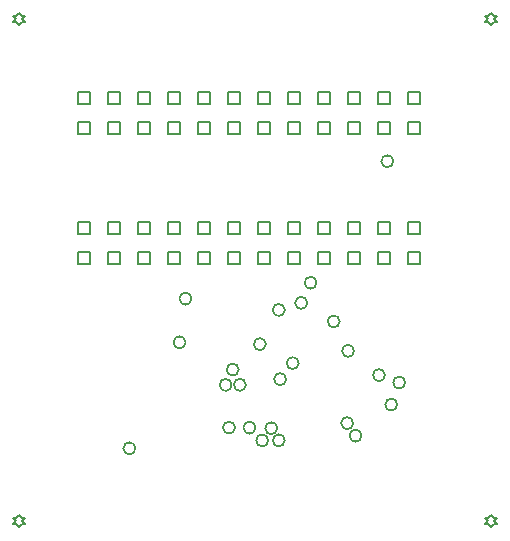
<source format=gbr>
%TF.GenerationSoftware,Altium Limited,Altium Designer,23.2.1 (34)*%
G04 Layer_Color=2752767*
%FSLAX45Y45*%
%MOMM*%
%TF.SameCoordinates,7D16A08E-AD26-414A-B05A-F9FA4662990C*%
%TF.FilePolarity,Positive*%
%TF.FileFunction,Drawing*%
%TF.Part,Single*%
G01*
G75*
%TA.AperFunction,NonConductor*%
%ADD38C,0.12700*%
%ADD39C,0.16933*%
D38*
X6046206Y6281582D02*
Y6383182D01*
X6147806D01*
Y6281582D01*
X6046206D01*
X5792206D02*
Y6383182D01*
X5893806D01*
Y6281582D01*
X5792206D01*
X6046206Y6027582D02*
Y6129182D01*
X6147806D01*
Y6027582D01*
X6046206D01*
X5792206D02*
Y6129182D01*
X5893806D01*
Y6027582D01*
X5792206D01*
X5284206Y6281582D02*
Y6383182D01*
X5385806D01*
Y6281582D01*
X5284206D01*
Y6027582D02*
Y6129182D01*
X5385806D01*
Y6027582D01*
X5284206D01*
X4776206Y6281582D02*
Y6383182D01*
X4877806D01*
Y6281582D01*
X4776206D01*
Y6027582D02*
Y6129182D01*
X4877806D01*
Y6027582D01*
X4776206D01*
X4014206Y6281582D02*
Y6383182D01*
X4115806D01*
Y6281582D01*
X4014206D01*
Y6027582D02*
Y6129182D01*
X4115806D01*
Y6027582D01*
X4014206D01*
X3760206Y6281582D02*
Y6383182D01*
X3861806D01*
Y6281582D01*
X3760206D01*
Y6027582D02*
Y6129182D01*
X3861806D01*
Y6027582D01*
X3760206D01*
X3252206D02*
Y6129182D01*
X3353806D01*
Y6027582D01*
X3252206D01*
Y6281582D02*
Y6383182D01*
X3353806D01*
Y6281582D01*
X3252206D01*
X3506206Y6027582D02*
Y6129182D01*
X3607806D01*
Y6027582D01*
X3506206D01*
Y6281582D02*
Y6383182D01*
X3607806D01*
Y6281582D01*
X3506206D01*
X4268206Y6027582D02*
Y6129182D01*
X4369806D01*
Y6027582D01*
X4268206D01*
Y6281582D02*
Y6383182D01*
X4369806D01*
Y6281582D01*
X4268206D01*
X4522206Y6027582D02*
Y6129182D01*
X4623806D01*
Y6027582D01*
X4522206D01*
Y6281582D02*
Y6383182D01*
X4623806D01*
Y6281582D01*
X4522206D01*
X5030206Y6027582D02*
Y6129182D01*
X5131806D01*
Y6027582D01*
X5030206D01*
Y6281582D02*
Y6383182D01*
X5131806D01*
Y6281582D01*
X5030206D01*
X5538206Y6027582D02*
Y6129182D01*
X5639806D01*
Y6027582D01*
X5538206D01*
Y6281582D02*
Y6383182D01*
X5639806D01*
Y6281582D01*
X5538206D01*
X6046201Y5181574D02*
Y5283174D01*
X6147801D01*
Y5181574D01*
X6046201D01*
X5792201D02*
Y5283174D01*
X5893801D01*
Y5181574D01*
X5792201D01*
X6046201Y4927574D02*
Y5029174D01*
X6147801D01*
Y4927574D01*
X6046201D01*
X5792201D02*
Y5029174D01*
X5893801D01*
Y4927574D01*
X5792201D01*
X5284201Y5181574D02*
Y5283174D01*
X5385801D01*
Y5181574D01*
X5284201D01*
Y4927574D02*
Y5029174D01*
X5385801D01*
Y4927574D01*
X5284201D01*
X4776201Y5181574D02*
Y5283174D01*
X4877801D01*
Y5181574D01*
X4776201D01*
Y4927574D02*
Y5029174D01*
X4877801D01*
Y4927574D01*
X4776201D01*
X4014201Y5181574D02*
Y5283174D01*
X4115801D01*
Y5181574D01*
X4014201D01*
Y4927574D02*
Y5029174D01*
X4115801D01*
Y4927574D01*
X4014201D01*
X3760201Y5181574D02*
Y5283174D01*
X3861801D01*
Y5181574D01*
X3760201D01*
Y4927574D02*
Y5029174D01*
X3861801D01*
Y4927574D01*
X3760201D01*
X3252201D02*
Y5029174D01*
X3353801D01*
Y4927574D01*
X3252201D01*
Y5181574D02*
Y5283174D01*
X3353801D01*
Y5181574D01*
X3252201D01*
X3506201Y4927574D02*
Y5029174D01*
X3607801D01*
Y4927574D01*
X3506201D01*
Y5181574D02*
Y5283174D01*
X3607801D01*
Y5181574D01*
X3506201D01*
X4268201Y4927574D02*
Y5029174D01*
X4369801D01*
Y4927574D01*
X4268201D01*
Y5181574D02*
Y5283174D01*
X4369801D01*
Y5181574D01*
X4268201D01*
X4522201Y4927574D02*
Y5029174D01*
X4623801D01*
Y4927574D01*
X4522201D01*
Y5181574D02*
Y5283174D01*
X4623801D01*
Y5181574D01*
X4522201D01*
X5030201Y4927574D02*
Y5029174D01*
X5131801D01*
Y4927574D01*
X5030201D01*
Y5181574D02*
Y5283174D01*
X5131801D01*
Y5181574D01*
X5030201D01*
X5538201Y4927574D02*
Y5029174D01*
X5639801D01*
Y4927574D01*
X5538201D01*
Y5181574D02*
Y5283174D01*
X5639801D01*
Y5181574D01*
X5538201D01*
X2750000Y6949200D02*
X2775400Y6974600D01*
X2800800D01*
X2775400Y7000000D01*
X2800800Y7025400D01*
X2775400D01*
X2750000Y7050800D01*
X2724600Y7025400D01*
X2699200D01*
X2724600Y7000000D01*
X2699200Y6974600D01*
X2724600D01*
X2750000Y6949200D01*
X6750000D02*
X6775400Y6974600D01*
X6800800D01*
X6775400Y7000000D01*
X6800800Y7025400D01*
X6775400D01*
X6750000Y7050800D01*
X6724600Y7025400D01*
X6699200D01*
X6724600Y7000000D01*
X6699200Y6974600D01*
X6724600D01*
X6750000Y6949200D01*
Y2699200D02*
X6775400Y2724600D01*
X6800800D01*
X6775400Y2750000D01*
X6800800Y2775400D01*
X6775400D01*
X6750000Y2800800D01*
X6724600Y2775400D01*
X6699200D01*
X6724600Y2750000D01*
X6699200Y2724600D01*
X6724600D01*
X6750000Y2699200D01*
X2750000D02*
X2775400Y2724600D01*
X2800800D01*
X2775400Y2750000D01*
X2800800Y2775400D01*
X2775400D01*
X2750000Y2800800D01*
X2724600Y2775400D01*
X2699200D01*
X2724600Y2750000D01*
X2699200Y2724600D01*
X2724600D01*
X2750000Y2699200D01*
D39*
X5465801Y4442480D02*
G03*
X5465801Y4442480I-50800J0D01*
G01*
X4840800Y4250000D02*
G03*
X4840800Y4250000I-50800J0D01*
G01*
X5012031Y3954150D02*
G03*
X5012031Y3954150I-50800J0D01*
G01*
X5190800Y4600000D02*
G03*
X5190800Y4600000I-50800J0D01*
G01*
X5000800Y4540000D02*
G03*
X5000800Y4540000I-50800J0D01*
G01*
X4160801Y4265380D02*
G03*
X4160801Y4265380I-50800J0D01*
G01*
X4210801Y4635380D02*
G03*
X4210801Y4635380I-50800J0D01*
G01*
X4550801Y3905380D02*
G03*
X4550801Y3905380I-50800J0D01*
G01*
X4610801Y4035380D02*
G03*
X4610801Y4035380I-50800J0D01*
G01*
X5118445Y4089282D02*
G03*
X5118445Y4089282I-50800J0D01*
G01*
X5000801Y3435380D02*
G03*
X5000801Y3435380I-50800J0D01*
G01*
X4937400Y3538240D02*
G03*
X4937400Y3538240I-50800J0D01*
G01*
X4752701Y3543320D02*
G03*
X4752701Y3543320I-50800J0D01*
G01*
X4860801Y3435380D02*
G03*
X4860801Y3435380I-50800J0D01*
G01*
X5849473Y3988080D02*
G03*
X5849473Y3988080I-50800J0D01*
G01*
X6020801Y3925380D02*
G03*
X6020801Y3925380I-50800J0D01*
G01*
X4671456Y3906540D02*
G03*
X4671456Y3906540I-50800J0D01*
G01*
X5953481Y3738900D02*
G03*
X5953481Y3738900I-50800J0D01*
G01*
X3736061Y3368060D02*
G03*
X3736061Y3368060I-50800J0D01*
G01*
X5920461Y5798840D02*
G03*
X5920461Y5798840I-50800J0D01*
G01*
X5580101Y3581420D02*
G03*
X5580101Y3581420I-50800J0D01*
G01*
X5650799Y3474740D02*
G03*
X5650799Y3474740I-50800J0D01*
G01*
X5270221Y4770140D02*
G03*
X5270221Y4770140I-50800J0D01*
G01*
X4579341Y3543762D02*
G03*
X4579341Y3543762I-50800J0D01*
G01*
X5587721Y4193083D02*
G03*
X5587721Y4193083I-50800J0D01*
G01*
%TF.MD5,949c9534b3499e8babcb75f8ce81d2d6*%
M02*

</source>
